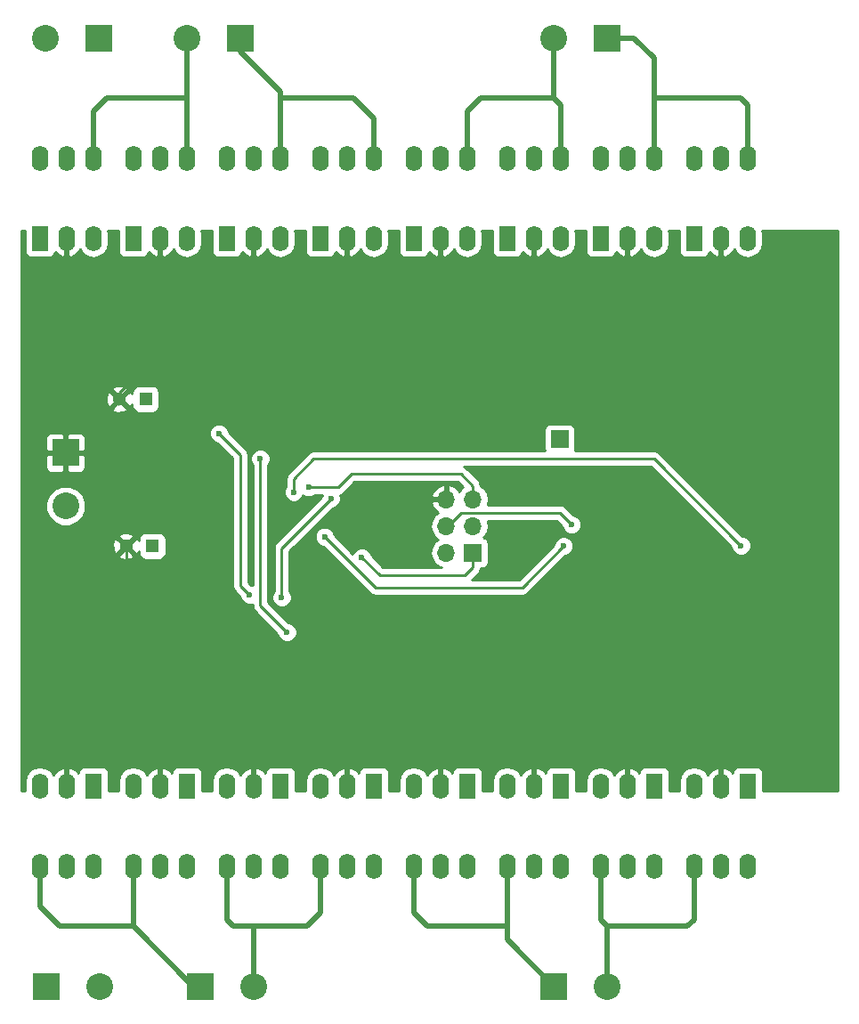
<source format=gbl>
G04 #@! TF.FileFunction,Copper,L2,Bot,Signal*
%FSLAX46Y46*%
G04 Gerber Fmt 4.6, Leading zero omitted, Abs format (unit mm)*
G04 Created by KiCad (PCBNEW 4.0.5-e0-6337~49~ubuntu16.04.1) date Tue Jan 17 08:40:45 2017*
%MOMM*%
%LPD*%
G01*
G04 APERTURE LIST*
%ADD10C,0.100000*%
%ADD11R,2.540000X2.540000*%
%ADD12C,2.540000*%
%ADD13R,1.700000X1.700000*%
%ADD14O,1.700000X1.700000*%
%ADD15R,1.300000X1.300000*%
%ADD16C,1.300000*%
%ADD17R,1.600000X2.400000*%
%ADD18O,1.600000X2.400000*%
%ADD19C,0.600000*%
%ADD20C,0.250000*%
%ADD21C,0.500000*%
%ADD22C,0.254000*%
G04 APERTURE END LIST*
D10*
D11*
X133875000Y-90220000D03*
D12*
X133875000Y-95300000D03*
D13*
X180865000Y-88950000D03*
X172610000Y-99745000D03*
D14*
X170070000Y-99745000D03*
X172610000Y-97205000D03*
X170070000Y-97205000D03*
X172610000Y-94665000D03*
X170070000Y-94665000D03*
D15*
X142130000Y-99110000D03*
D16*
X139630000Y-99110000D03*
D15*
X141495000Y-85140000D03*
D16*
X138995000Y-85140000D03*
D11*
X137050000Y-50850000D03*
D12*
X131970000Y-50850000D03*
D11*
X150495000Y-50800000D03*
D12*
X145415000Y-50800000D03*
D11*
X185420000Y-50800000D03*
D12*
X180340000Y-50800000D03*
D11*
X180340000Y-140970000D03*
D12*
X185420000Y-140970000D03*
D11*
X146685000Y-140970000D03*
D12*
X151765000Y-140970000D03*
D17*
X131445000Y-69850000D03*
D18*
X136525000Y-62230000D03*
X133985000Y-69850000D03*
X133985000Y-62230000D03*
X136525000Y-69850000D03*
X131445000Y-62230000D03*
D17*
X140335000Y-69850000D03*
D18*
X145415000Y-62230000D03*
X142875000Y-69850000D03*
X142875000Y-62230000D03*
X145415000Y-69850000D03*
X140335000Y-62230000D03*
D17*
X149225000Y-69850000D03*
D18*
X154305000Y-62230000D03*
X151765000Y-69850000D03*
X151765000Y-62230000D03*
X154305000Y-69850000D03*
X149225000Y-62230000D03*
D17*
X158115000Y-69850000D03*
D18*
X163195000Y-62230000D03*
X160655000Y-69850000D03*
X160655000Y-62230000D03*
X163195000Y-69850000D03*
X158115000Y-62230000D03*
D17*
X167005000Y-69850000D03*
D18*
X172085000Y-62230000D03*
X169545000Y-69850000D03*
X169545000Y-62230000D03*
X172085000Y-69850000D03*
X167005000Y-62230000D03*
D17*
X175895000Y-69850000D03*
D18*
X180975000Y-62230000D03*
X178435000Y-69850000D03*
X178435000Y-62230000D03*
X180975000Y-69850000D03*
X175895000Y-62230000D03*
D17*
X184785000Y-69850000D03*
D18*
X189865000Y-62230000D03*
X187325000Y-69850000D03*
X187325000Y-62230000D03*
X189865000Y-69850000D03*
X184785000Y-62230000D03*
D17*
X193675000Y-69850000D03*
D18*
X198755000Y-62230000D03*
X196215000Y-69850000D03*
X196215000Y-62230000D03*
X198755000Y-69850000D03*
X193675000Y-62230000D03*
D17*
X198755000Y-121920000D03*
D18*
X193675000Y-129540000D03*
X196215000Y-121920000D03*
X196215000Y-129540000D03*
X193675000Y-121920000D03*
X198755000Y-129540000D03*
D17*
X189865000Y-121920000D03*
D18*
X184785000Y-129540000D03*
X187325000Y-121920000D03*
X187325000Y-129540000D03*
X184785000Y-121920000D03*
X189865000Y-129540000D03*
D17*
X180975000Y-121920000D03*
D18*
X175895000Y-129540000D03*
X178435000Y-121920000D03*
X178435000Y-129540000D03*
X175895000Y-121920000D03*
X180975000Y-129540000D03*
D17*
X172085000Y-121920000D03*
D18*
X167005000Y-129540000D03*
X169545000Y-121920000D03*
X169545000Y-129540000D03*
X167005000Y-121920000D03*
X172085000Y-129540000D03*
D17*
X163195000Y-121920000D03*
D18*
X158115000Y-129540000D03*
X160655000Y-121920000D03*
X160655000Y-129540000D03*
X158115000Y-121920000D03*
X163195000Y-129540000D03*
D17*
X154305000Y-121920000D03*
D18*
X149225000Y-129540000D03*
X151765000Y-121920000D03*
X151765000Y-129540000D03*
X149225000Y-121920000D03*
X154305000Y-129540000D03*
D17*
X145415000Y-121920000D03*
D18*
X140335000Y-129540000D03*
X142875000Y-121920000D03*
X142875000Y-129540000D03*
X140335000Y-121920000D03*
X145415000Y-129540000D03*
D17*
X136525000Y-121920000D03*
D18*
X131445000Y-129540000D03*
X133985000Y-121920000D03*
X133985000Y-129540000D03*
X131445000Y-121920000D03*
X136525000Y-129540000D03*
D11*
X132080000Y-140970000D03*
D12*
X137160000Y-140970000D03*
D19*
X153500000Y-88500000D03*
X147066000Y-109093000D03*
X158513000Y-98221000D03*
X181246000Y-99110000D03*
X182008000Y-97078000D03*
X162052000Y-100203000D03*
X152400000Y-90805000D03*
X154940000Y-107315000D03*
X159131000Y-94615000D03*
X154432000Y-104013000D03*
X156989000Y-93522000D03*
X198120000Y-99060000D03*
X155575000Y-93980000D03*
X148463000Y-88392000D03*
X151384000Y-103759000D03*
D20*
X140500000Y-83000000D02*
X138995000Y-84505000D01*
X148000000Y-83000000D02*
X140500000Y-83000000D01*
X153500000Y-88500000D02*
X148000000Y-83000000D01*
X138995000Y-84505000D02*
X138995000Y-85140000D01*
X139630000Y-101657000D02*
X139630000Y-99110000D01*
X147066000Y-109093000D02*
X139630000Y-101657000D01*
X177309000Y-103047000D02*
X181246000Y-99110000D01*
X163339000Y-103047000D02*
X167911000Y-103047000D01*
X158513000Y-98221000D02*
X163339000Y-103047000D01*
X167911000Y-103047000D02*
X177309000Y-103047000D01*
X180865000Y-95935000D02*
X177690000Y-95935000D01*
X182008000Y-97078000D02*
X180865000Y-95935000D01*
X170070000Y-97205000D02*
X170197000Y-97205000D01*
X170197000Y-97205000D02*
X171467000Y-95935000D01*
X171467000Y-95935000D02*
X177690000Y-95935000D01*
X163753000Y-101904000D02*
X166641000Y-101904000D01*
X162052000Y-100203000D02*
X163753000Y-101904000D01*
X166641000Y-101904000D02*
X171848000Y-101904000D01*
X171848000Y-101904000D02*
X172610000Y-101142000D01*
X172610000Y-101142000D02*
X172610000Y-99745000D01*
X152400000Y-104775000D02*
X152400000Y-90805000D01*
X154940000Y-107315000D02*
X152400000Y-104775000D01*
X154432000Y-104013000D02*
X154432000Y-99314000D01*
X154432000Y-99314000D02*
X159131000Y-94615000D01*
X172610000Y-94665000D02*
X172610000Y-93395000D01*
X172610000Y-93395000D02*
X171467000Y-92252000D01*
X159783000Y-93522000D02*
X156989000Y-93522000D01*
X161053000Y-92252000D02*
X159783000Y-93522000D01*
X171467000Y-92252000D02*
X161053000Y-92252000D01*
X189865000Y-90805000D02*
X198120000Y-99060000D01*
X157480000Y-90805000D02*
X189865000Y-90805000D01*
X155575000Y-92710000D02*
X157480000Y-90805000D01*
X155575000Y-93980000D02*
X155575000Y-92710000D01*
D21*
X136525000Y-62230000D02*
X136525000Y-57785000D01*
X137795000Y-56515000D02*
X145415000Y-56515000D01*
X136525000Y-57785000D02*
X137795000Y-56515000D01*
X145415000Y-50800000D02*
X145415000Y-55880000D01*
X145415000Y-55880000D02*
X145415000Y-56515000D01*
X145415000Y-56515000D02*
X145415000Y-62230000D01*
X154305000Y-56515000D02*
X154305000Y-55880000D01*
X154305000Y-55880000D02*
X150495000Y-52070000D01*
X150495000Y-52070000D02*
X150495000Y-50800000D01*
X163195000Y-62230000D02*
X163195000Y-58420000D01*
X163195000Y-58420000D02*
X161290000Y-56515000D01*
X161290000Y-56515000D02*
X154305000Y-56515000D01*
X154305000Y-56515000D02*
X154305000Y-62230000D01*
D20*
X154305000Y-56515000D02*
X161290000Y-56515000D01*
X161290000Y-56515000D02*
X163195000Y-58420000D01*
X150495000Y-50800000D02*
X150495000Y-52070000D01*
X150495000Y-52070000D02*
X154305000Y-55880000D01*
X154305000Y-56515000D02*
X154305000Y-62230000D01*
D21*
X180975000Y-62230000D02*
X180975000Y-57150000D01*
X180975000Y-57150000D02*
X180340000Y-56515000D01*
X172085000Y-62230000D02*
X172085000Y-57785000D01*
X172085000Y-57785000D02*
X173355000Y-56515000D01*
X173355000Y-56515000D02*
X180340000Y-56515000D01*
X180340000Y-50800000D02*
X180340000Y-56515000D01*
X198755000Y-62230000D02*
X198755000Y-57150000D01*
X198120000Y-56515000D02*
X189865000Y-56515000D01*
X198755000Y-57150000D02*
X198120000Y-56515000D01*
X189865000Y-57785000D02*
X189865000Y-56515000D01*
X189865000Y-56515000D02*
X189865000Y-55880000D01*
X187960000Y-50800000D02*
X185420000Y-50800000D01*
X189865000Y-55880000D02*
X189865000Y-52705000D01*
X189865000Y-52705000D02*
X187960000Y-50800000D01*
X198755000Y-59690000D02*
X198755000Y-62230000D01*
X189865000Y-57785000D02*
X189865000Y-62230000D01*
D20*
X198755000Y-59690000D02*
X198755000Y-62230000D01*
X189865000Y-57785000D02*
X189865000Y-62230000D01*
D21*
X185420000Y-135255000D02*
X193040000Y-135255000D01*
X193040000Y-135255000D02*
X193675000Y-134620000D01*
X184785000Y-129540000D02*
X184785000Y-134620000D01*
X185420000Y-135255000D02*
X185420000Y-137160000D01*
X184785000Y-134620000D02*
X185420000Y-135255000D01*
X193675000Y-129540000D02*
X193675000Y-134620000D01*
X185420000Y-137160000D02*
X185420000Y-140970000D01*
X175895000Y-135255000D02*
X175895000Y-136525000D01*
X175895000Y-136525000D02*
X180340000Y-140970000D01*
X167005000Y-129540000D02*
X167005000Y-133985000D01*
X175895000Y-135255000D02*
X175895000Y-133985000D01*
X168275000Y-135255000D02*
X175895000Y-135255000D01*
X167005000Y-133985000D02*
X168275000Y-135255000D01*
X175895000Y-129540000D02*
X175895000Y-133985000D01*
X151765000Y-140970000D02*
X151765000Y-135255000D01*
X149225000Y-133350000D02*
X149225000Y-134620000D01*
X158115000Y-133985000D02*
X158115000Y-133350000D01*
X156845000Y-135255000D02*
X158115000Y-133985000D01*
X149860000Y-135255000D02*
X151765000Y-135255000D01*
X151765000Y-135255000D02*
X156845000Y-135255000D01*
X149225000Y-134620000D02*
X149860000Y-135255000D01*
X149225000Y-131445000D02*
X149225000Y-133350000D01*
X158115000Y-129540000D02*
X158115000Y-133350000D01*
X149225000Y-129540000D02*
X149225000Y-131445000D01*
X133350000Y-135255000D02*
X140335000Y-135255000D01*
X140335000Y-129540000D02*
X140335000Y-135255000D01*
X140335000Y-135255000D02*
X146050000Y-140970000D01*
X146050000Y-140970000D02*
X146685000Y-140970000D01*
X131445000Y-129540000D02*
X131445000Y-133350000D01*
X131445000Y-133350000D02*
X133350000Y-135255000D01*
D20*
X131445000Y-133350000D02*
X133350000Y-135255000D01*
X150495000Y-90424000D02*
X150495000Y-91821000D01*
X148463000Y-88392000D02*
X150495000Y-90424000D01*
X150495000Y-102870000D02*
X150495000Y-102235000D01*
X151384000Y-103759000D02*
X150495000Y-102870000D01*
X150495000Y-91821000D02*
X150495000Y-102235000D01*
D22*
G36*
X129997560Y-71050000D02*
X130041838Y-71285317D01*
X130180910Y-71501441D01*
X130393110Y-71646431D01*
X130645000Y-71697440D01*
X132245000Y-71697440D01*
X132480317Y-71653162D01*
X132696441Y-71514090D01*
X132841431Y-71301890D01*
X132876906Y-71126709D01*
X133060104Y-71354500D01*
X133553181Y-71624367D01*
X133635961Y-71641904D01*
X133858000Y-71519915D01*
X133858000Y-69977000D01*
X133838000Y-69977000D01*
X133838000Y-69723000D01*
X133858000Y-69723000D01*
X133858000Y-69703000D01*
X134112000Y-69703000D01*
X134112000Y-69723000D01*
X134132000Y-69723000D01*
X134132000Y-69977000D01*
X134112000Y-69977000D01*
X134112000Y-71519915D01*
X134334039Y-71641904D01*
X134416819Y-71624367D01*
X134909896Y-71354500D01*
X135257493Y-70922293D01*
X135510302Y-71300648D01*
X135975849Y-71611717D01*
X136525000Y-71720950D01*
X137074151Y-71611717D01*
X137539698Y-71300648D01*
X137850767Y-70835101D01*
X137960000Y-70285950D01*
X137960000Y-69414050D01*
X137902902Y-69127000D01*
X138887560Y-69127000D01*
X138887560Y-71050000D01*
X138931838Y-71285317D01*
X139070910Y-71501441D01*
X139283110Y-71646431D01*
X139535000Y-71697440D01*
X141135000Y-71697440D01*
X141370317Y-71653162D01*
X141586441Y-71514090D01*
X141731431Y-71301890D01*
X141766906Y-71126709D01*
X141950104Y-71354500D01*
X142443181Y-71624367D01*
X142525961Y-71641904D01*
X142748000Y-71519915D01*
X142748000Y-69977000D01*
X142728000Y-69977000D01*
X142728000Y-69723000D01*
X142748000Y-69723000D01*
X142748000Y-69703000D01*
X143002000Y-69703000D01*
X143002000Y-69723000D01*
X143022000Y-69723000D01*
X143022000Y-69977000D01*
X143002000Y-69977000D01*
X143002000Y-71519915D01*
X143224039Y-71641904D01*
X143306819Y-71624367D01*
X143799896Y-71354500D01*
X144147493Y-70922293D01*
X144400302Y-71300648D01*
X144865849Y-71611717D01*
X145415000Y-71720950D01*
X145964151Y-71611717D01*
X146429698Y-71300648D01*
X146740767Y-70835101D01*
X146850000Y-70285950D01*
X146850000Y-69414050D01*
X146792902Y-69127000D01*
X147777560Y-69127000D01*
X147777560Y-71050000D01*
X147821838Y-71285317D01*
X147960910Y-71501441D01*
X148173110Y-71646431D01*
X148425000Y-71697440D01*
X150025000Y-71697440D01*
X150260317Y-71653162D01*
X150476441Y-71514090D01*
X150621431Y-71301890D01*
X150656906Y-71126709D01*
X150840104Y-71354500D01*
X151333181Y-71624367D01*
X151415961Y-71641904D01*
X151638000Y-71519915D01*
X151638000Y-69977000D01*
X151618000Y-69977000D01*
X151618000Y-69723000D01*
X151638000Y-69723000D01*
X151638000Y-69703000D01*
X151892000Y-69703000D01*
X151892000Y-69723000D01*
X151912000Y-69723000D01*
X151912000Y-69977000D01*
X151892000Y-69977000D01*
X151892000Y-71519915D01*
X152114039Y-71641904D01*
X152196819Y-71624367D01*
X152689896Y-71354500D01*
X153037493Y-70922293D01*
X153290302Y-71300648D01*
X153755849Y-71611717D01*
X154305000Y-71720950D01*
X154854151Y-71611717D01*
X155319698Y-71300648D01*
X155630767Y-70835101D01*
X155740000Y-70285950D01*
X155740000Y-69414050D01*
X155682902Y-69127000D01*
X156667560Y-69127000D01*
X156667560Y-71050000D01*
X156711838Y-71285317D01*
X156850910Y-71501441D01*
X157063110Y-71646431D01*
X157315000Y-71697440D01*
X158915000Y-71697440D01*
X159150317Y-71653162D01*
X159366441Y-71514090D01*
X159511431Y-71301890D01*
X159546906Y-71126709D01*
X159730104Y-71354500D01*
X160223181Y-71624367D01*
X160305961Y-71641904D01*
X160528000Y-71519915D01*
X160528000Y-69977000D01*
X160508000Y-69977000D01*
X160508000Y-69723000D01*
X160528000Y-69723000D01*
X160528000Y-69703000D01*
X160782000Y-69703000D01*
X160782000Y-69723000D01*
X160802000Y-69723000D01*
X160802000Y-69977000D01*
X160782000Y-69977000D01*
X160782000Y-71519915D01*
X161004039Y-71641904D01*
X161086819Y-71624367D01*
X161579896Y-71354500D01*
X161927493Y-70922293D01*
X162180302Y-71300648D01*
X162645849Y-71611717D01*
X163195000Y-71720950D01*
X163744151Y-71611717D01*
X164209698Y-71300648D01*
X164520767Y-70835101D01*
X164630000Y-70285950D01*
X164630000Y-69414050D01*
X164572902Y-69127000D01*
X165557560Y-69127000D01*
X165557560Y-71050000D01*
X165601838Y-71285317D01*
X165740910Y-71501441D01*
X165953110Y-71646431D01*
X166205000Y-71697440D01*
X167805000Y-71697440D01*
X168040317Y-71653162D01*
X168256441Y-71514090D01*
X168401431Y-71301890D01*
X168436906Y-71126709D01*
X168620104Y-71354500D01*
X169113181Y-71624367D01*
X169195961Y-71641904D01*
X169418000Y-71519915D01*
X169418000Y-69977000D01*
X169398000Y-69977000D01*
X169398000Y-69723000D01*
X169418000Y-69723000D01*
X169418000Y-69703000D01*
X169672000Y-69703000D01*
X169672000Y-69723000D01*
X169692000Y-69723000D01*
X169692000Y-69977000D01*
X169672000Y-69977000D01*
X169672000Y-71519915D01*
X169894039Y-71641904D01*
X169976819Y-71624367D01*
X170469896Y-71354500D01*
X170817493Y-70922293D01*
X171070302Y-71300648D01*
X171535849Y-71611717D01*
X172085000Y-71720950D01*
X172634151Y-71611717D01*
X173099698Y-71300648D01*
X173410767Y-70835101D01*
X173520000Y-70285950D01*
X173520000Y-69414050D01*
X173462902Y-69127000D01*
X174447560Y-69127000D01*
X174447560Y-71050000D01*
X174491838Y-71285317D01*
X174630910Y-71501441D01*
X174843110Y-71646431D01*
X175095000Y-71697440D01*
X176695000Y-71697440D01*
X176930317Y-71653162D01*
X177146441Y-71514090D01*
X177291431Y-71301890D01*
X177326906Y-71126709D01*
X177510104Y-71354500D01*
X178003181Y-71624367D01*
X178085961Y-71641904D01*
X178308000Y-71519915D01*
X178308000Y-69977000D01*
X178288000Y-69977000D01*
X178288000Y-69723000D01*
X178308000Y-69723000D01*
X178308000Y-69703000D01*
X178562000Y-69703000D01*
X178562000Y-69723000D01*
X178582000Y-69723000D01*
X178582000Y-69977000D01*
X178562000Y-69977000D01*
X178562000Y-71519915D01*
X178784039Y-71641904D01*
X178866819Y-71624367D01*
X179359896Y-71354500D01*
X179707493Y-70922293D01*
X179960302Y-71300648D01*
X180425849Y-71611717D01*
X180975000Y-71720950D01*
X181524151Y-71611717D01*
X181989698Y-71300648D01*
X182300767Y-70835101D01*
X182410000Y-70285950D01*
X182410000Y-69414050D01*
X182352902Y-69127000D01*
X183337560Y-69127000D01*
X183337560Y-71050000D01*
X183381838Y-71285317D01*
X183520910Y-71501441D01*
X183733110Y-71646431D01*
X183985000Y-71697440D01*
X185585000Y-71697440D01*
X185820317Y-71653162D01*
X186036441Y-71514090D01*
X186181431Y-71301890D01*
X186216906Y-71126709D01*
X186400104Y-71354500D01*
X186893181Y-71624367D01*
X186975961Y-71641904D01*
X187198000Y-71519915D01*
X187198000Y-69977000D01*
X187178000Y-69977000D01*
X187178000Y-69723000D01*
X187198000Y-69723000D01*
X187198000Y-69703000D01*
X187452000Y-69703000D01*
X187452000Y-69723000D01*
X187472000Y-69723000D01*
X187472000Y-69977000D01*
X187452000Y-69977000D01*
X187452000Y-71519915D01*
X187674039Y-71641904D01*
X187756819Y-71624367D01*
X188249896Y-71354500D01*
X188597493Y-70922293D01*
X188850302Y-71300648D01*
X189315849Y-71611717D01*
X189865000Y-71720950D01*
X190414151Y-71611717D01*
X190879698Y-71300648D01*
X191190767Y-70835101D01*
X191300000Y-70285950D01*
X191300000Y-69414050D01*
X191242902Y-69127000D01*
X192227560Y-69127000D01*
X192227560Y-71050000D01*
X192271838Y-71285317D01*
X192410910Y-71501441D01*
X192623110Y-71646431D01*
X192875000Y-71697440D01*
X194475000Y-71697440D01*
X194710317Y-71653162D01*
X194926441Y-71514090D01*
X195071431Y-71301890D01*
X195106906Y-71126709D01*
X195290104Y-71354500D01*
X195783181Y-71624367D01*
X195865961Y-71641904D01*
X196088000Y-71519915D01*
X196088000Y-69977000D01*
X196068000Y-69977000D01*
X196068000Y-69723000D01*
X196088000Y-69723000D01*
X196088000Y-69703000D01*
X196342000Y-69703000D01*
X196342000Y-69723000D01*
X196362000Y-69723000D01*
X196362000Y-69977000D01*
X196342000Y-69977000D01*
X196342000Y-71519915D01*
X196564039Y-71641904D01*
X196646819Y-71624367D01*
X197139896Y-71354500D01*
X197487493Y-70922293D01*
X197740302Y-71300648D01*
X198205849Y-71611717D01*
X198755000Y-71720950D01*
X199304151Y-71611717D01*
X199769698Y-71300648D01*
X200080767Y-70835101D01*
X200190000Y-70285950D01*
X200190000Y-69414050D01*
X200132902Y-69127000D01*
X207290000Y-69127000D01*
X207290000Y-122373000D01*
X200202440Y-122373000D01*
X200202440Y-120720000D01*
X200158162Y-120484683D01*
X200019090Y-120268559D01*
X199806890Y-120123569D01*
X199555000Y-120072560D01*
X197955000Y-120072560D01*
X197719683Y-120116838D01*
X197503559Y-120255910D01*
X197358569Y-120468110D01*
X197323094Y-120643291D01*
X197139896Y-120415500D01*
X196646819Y-120145633D01*
X196564039Y-120128096D01*
X196342000Y-120250085D01*
X196342000Y-121793000D01*
X196362000Y-121793000D01*
X196362000Y-122047000D01*
X196342000Y-122047000D01*
X196342000Y-122067000D01*
X196088000Y-122067000D01*
X196088000Y-122047000D01*
X196068000Y-122047000D01*
X196068000Y-121793000D01*
X196088000Y-121793000D01*
X196088000Y-120250085D01*
X195865961Y-120128096D01*
X195783181Y-120145633D01*
X195290104Y-120415500D01*
X194942507Y-120847707D01*
X194689698Y-120469352D01*
X194224151Y-120158283D01*
X193675000Y-120049050D01*
X193125849Y-120158283D01*
X192660302Y-120469352D01*
X192349233Y-120934899D01*
X192240000Y-121484050D01*
X192240000Y-122355950D01*
X192243391Y-122373000D01*
X191312440Y-122373000D01*
X191312440Y-120720000D01*
X191268162Y-120484683D01*
X191129090Y-120268559D01*
X190916890Y-120123569D01*
X190665000Y-120072560D01*
X189065000Y-120072560D01*
X188829683Y-120116838D01*
X188613559Y-120255910D01*
X188468569Y-120468110D01*
X188433094Y-120643291D01*
X188249896Y-120415500D01*
X187756819Y-120145633D01*
X187674039Y-120128096D01*
X187452000Y-120250085D01*
X187452000Y-121793000D01*
X187472000Y-121793000D01*
X187472000Y-122047000D01*
X187452000Y-122047000D01*
X187452000Y-122067000D01*
X187198000Y-122067000D01*
X187198000Y-122047000D01*
X187178000Y-122047000D01*
X187178000Y-121793000D01*
X187198000Y-121793000D01*
X187198000Y-120250085D01*
X186975961Y-120128096D01*
X186893181Y-120145633D01*
X186400104Y-120415500D01*
X186052507Y-120847707D01*
X185799698Y-120469352D01*
X185334151Y-120158283D01*
X184785000Y-120049050D01*
X184235849Y-120158283D01*
X183770302Y-120469352D01*
X183459233Y-120934899D01*
X183350000Y-121484050D01*
X183350000Y-122355950D01*
X183353391Y-122373000D01*
X182422440Y-122373000D01*
X182422440Y-120720000D01*
X182378162Y-120484683D01*
X182239090Y-120268559D01*
X182026890Y-120123569D01*
X181775000Y-120072560D01*
X180175000Y-120072560D01*
X179939683Y-120116838D01*
X179723559Y-120255910D01*
X179578569Y-120468110D01*
X179543094Y-120643291D01*
X179359896Y-120415500D01*
X178866819Y-120145633D01*
X178784039Y-120128096D01*
X178562000Y-120250085D01*
X178562000Y-121793000D01*
X178582000Y-121793000D01*
X178582000Y-122047000D01*
X178562000Y-122047000D01*
X178562000Y-122067000D01*
X178308000Y-122067000D01*
X178308000Y-122047000D01*
X178288000Y-122047000D01*
X178288000Y-121793000D01*
X178308000Y-121793000D01*
X178308000Y-120250085D01*
X178085961Y-120128096D01*
X178003181Y-120145633D01*
X177510104Y-120415500D01*
X177162507Y-120847707D01*
X176909698Y-120469352D01*
X176444151Y-120158283D01*
X175895000Y-120049050D01*
X175345849Y-120158283D01*
X174880302Y-120469352D01*
X174569233Y-120934899D01*
X174460000Y-121484050D01*
X174460000Y-122355950D01*
X174463391Y-122373000D01*
X173532440Y-122373000D01*
X173532440Y-120720000D01*
X173488162Y-120484683D01*
X173349090Y-120268559D01*
X173136890Y-120123569D01*
X172885000Y-120072560D01*
X171285000Y-120072560D01*
X171049683Y-120116838D01*
X170833559Y-120255910D01*
X170688569Y-120468110D01*
X170653094Y-120643291D01*
X170469896Y-120415500D01*
X169976819Y-120145633D01*
X169894039Y-120128096D01*
X169672000Y-120250085D01*
X169672000Y-121793000D01*
X169692000Y-121793000D01*
X169692000Y-122047000D01*
X169672000Y-122047000D01*
X169672000Y-122067000D01*
X169418000Y-122067000D01*
X169418000Y-122047000D01*
X169398000Y-122047000D01*
X169398000Y-121793000D01*
X169418000Y-121793000D01*
X169418000Y-120250085D01*
X169195961Y-120128096D01*
X169113181Y-120145633D01*
X168620104Y-120415500D01*
X168272507Y-120847707D01*
X168019698Y-120469352D01*
X167554151Y-120158283D01*
X167005000Y-120049050D01*
X166455849Y-120158283D01*
X165990302Y-120469352D01*
X165679233Y-120934899D01*
X165570000Y-121484050D01*
X165570000Y-122355950D01*
X165573391Y-122373000D01*
X164642440Y-122373000D01*
X164642440Y-120720000D01*
X164598162Y-120484683D01*
X164459090Y-120268559D01*
X164246890Y-120123569D01*
X163995000Y-120072560D01*
X162395000Y-120072560D01*
X162159683Y-120116838D01*
X161943559Y-120255910D01*
X161798569Y-120468110D01*
X161763094Y-120643291D01*
X161579896Y-120415500D01*
X161086819Y-120145633D01*
X161004039Y-120128096D01*
X160782000Y-120250085D01*
X160782000Y-121793000D01*
X160802000Y-121793000D01*
X160802000Y-122047000D01*
X160782000Y-122047000D01*
X160782000Y-122067000D01*
X160528000Y-122067000D01*
X160528000Y-122047000D01*
X160508000Y-122047000D01*
X160508000Y-121793000D01*
X160528000Y-121793000D01*
X160528000Y-120250085D01*
X160305961Y-120128096D01*
X160223181Y-120145633D01*
X159730104Y-120415500D01*
X159382507Y-120847707D01*
X159129698Y-120469352D01*
X158664151Y-120158283D01*
X158115000Y-120049050D01*
X157565849Y-120158283D01*
X157100302Y-120469352D01*
X156789233Y-120934899D01*
X156680000Y-121484050D01*
X156680000Y-122355950D01*
X156683391Y-122373000D01*
X155752440Y-122373000D01*
X155752440Y-120720000D01*
X155708162Y-120484683D01*
X155569090Y-120268559D01*
X155356890Y-120123569D01*
X155105000Y-120072560D01*
X153505000Y-120072560D01*
X153269683Y-120116838D01*
X153053559Y-120255910D01*
X152908569Y-120468110D01*
X152873094Y-120643291D01*
X152689896Y-120415500D01*
X152196819Y-120145633D01*
X152114039Y-120128096D01*
X151892000Y-120250085D01*
X151892000Y-121793000D01*
X151912000Y-121793000D01*
X151912000Y-122047000D01*
X151892000Y-122047000D01*
X151892000Y-122067000D01*
X151638000Y-122067000D01*
X151638000Y-122047000D01*
X151618000Y-122047000D01*
X151618000Y-121793000D01*
X151638000Y-121793000D01*
X151638000Y-120250085D01*
X151415961Y-120128096D01*
X151333181Y-120145633D01*
X150840104Y-120415500D01*
X150492507Y-120847707D01*
X150239698Y-120469352D01*
X149774151Y-120158283D01*
X149225000Y-120049050D01*
X148675849Y-120158283D01*
X148210302Y-120469352D01*
X147899233Y-120934899D01*
X147790000Y-121484050D01*
X147790000Y-122355950D01*
X147793391Y-122373000D01*
X146862440Y-122373000D01*
X146862440Y-120720000D01*
X146818162Y-120484683D01*
X146679090Y-120268559D01*
X146466890Y-120123569D01*
X146215000Y-120072560D01*
X144615000Y-120072560D01*
X144379683Y-120116838D01*
X144163559Y-120255910D01*
X144018569Y-120468110D01*
X143983094Y-120643291D01*
X143799896Y-120415500D01*
X143306819Y-120145633D01*
X143224039Y-120128096D01*
X143002000Y-120250085D01*
X143002000Y-121793000D01*
X143022000Y-121793000D01*
X143022000Y-122047000D01*
X143002000Y-122047000D01*
X143002000Y-122067000D01*
X142748000Y-122067000D01*
X142748000Y-122047000D01*
X142728000Y-122047000D01*
X142728000Y-121793000D01*
X142748000Y-121793000D01*
X142748000Y-120250085D01*
X142525961Y-120128096D01*
X142443181Y-120145633D01*
X141950104Y-120415500D01*
X141602507Y-120847707D01*
X141349698Y-120469352D01*
X140884151Y-120158283D01*
X140335000Y-120049050D01*
X139785849Y-120158283D01*
X139320302Y-120469352D01*
X139009233Y-120934899D01*
X138900000Y-121484050D01*
X138900000Y-122355950D01*
X138903391Y-122373000D01*
X137972440Y-122373000D01*
X137972440Y-120720000D01*
X137928162Y-120484683D01*
X137789090Y-120268559D01*
X137576890Y-120123569D01*
X137325000Y-120072560D01*
X135725000Y-120072560D01*
X135489683Y-120116838D01*
X135273559Y-120255910D01*
X135128569Y-120468110D01*
X135093094Y-120643291D01*
X134909896Y-120415500D01*
X134416819Y-120145633D01*
X134334039Y-120128096D01*
X134112000Y-120250085D01*
X134112000Y-121793000D01*
X134132000Y-121793000D01*
X134132000Y-122047000D01*
X134112000Y-122047000D01*
X134112000Y-122067000D01*
X133858000Y-122067000D01*
X133858000Y-122047000D01*
X133838000Y-122047000D01*
X133838000Y-121793000D01*
X133858000Y-121793000D01*
X133858000Y-120250085D01*
X133635961Y-120128096D01*
X133553181Y-120145633D01*
X133060104Y-120415500D01*
X132712507Y-120847707D01*
X132459698Y-120469352D01*
X131994151Y-120158283D01*
X131445000Y-120049050D01*
X130895849Y-120158283D01*
X130430302Y-120469352D01*
X130119233Y-120934899D01*
X130010000Y-121484050D01*
X130010000Y-122355950D01*
X130013391Y-122373000D01*
X129710000Y-122373000D01*
X129710000Y-100009016D01*
X138910590Y-100009016D01*
X138966271Y-100239611D01*
X139449078Y-100407622D01*
X139959428Y-100378083D01*
X140293729Y-100239611D01*
X140349410Y-100009016D01*
X139630000Y-99289605D01*
X138910590Y-100009016D01*
X129710000Y-100009016D01*
X129710000Y-98929078D01*
X138332378Y-98929078D01*
X138361917Y-99439428D01*
X138500389Y-99773729D01*
X138730984Y-99829410D01*
X139450395Y-99110000D01*
X139809605Y-99110000D01*
X140529016Y-99829410D01*
X140759611Y-99773729D01*
X140832560Y-99564098D01*
X140832560Y-99760000D01*
X140876838Y-99995317D01*
X141015910Y-100211441D01*
X141228110Y-100356431D01*
X141480000Y-100407440D01*
X142780000Y-100407440D01*
X143015317Y-100363162D01*
X143231441Y-100224090D01*
X143376431Y-100011890D01*
X143427440Y-99760000D01*
X143427440Y-98460000D01*
X143383162Y-98224683D01*
X143244090Y-98008559D01*
X143031890Y-97863569D01*
X142780000Y-97812560D01*
X141480000Y-97812560D01*
X141244683Y-97856838D01*
X141028559Y-97995910D01*
X140883569Y-98208110D01*
X140832560Y-98460000D01*
X140832560Y-98622385D01*
X140759611Y-98446271D01*
X140529016Y-98390590D01*
X139809605Y-99110000D01*
X139450395Y-99110000D01*
X138730984Y-98390590D01*
X138500389Y-98446271D01*
X138332378Y-98929078D01*
X129710000Y-98929078D01*
X129710000Y-98210984D01*
X138910590Y-98210984D01*
X139630000Y-98930395D01*
X140349410Y-98210984D01*
X140293729Y-97980389D01*
X139810922Y-97812378D01*
X139300572Y-97841917D01*
X138966271Y-97980389D01*
X138910590Y-98210984D01*
X129710000Y-98210984D01*
X129710000Y-95677265D01*
X131969670Y-95677265D01*
X132259078Y-96377686D01*
X132794495Y-96914039D01*
X133494410Y-97204668D01*
X134252265Y-97205330D01*
X134952686Y-96915922D01*
X135489039Y-96380505D01*
X135779668Y-95680590D01*
X135780330Y-94922735D01*
X135490922Y-94222314D01*
X134955505Y-93685961D01*
X134255590Y-93395332D01*
X133497735Y-93394670D01*
X132797314Y-93684078D01*
X132260961Y-94219495D01*
X131970332Y-94919410D01*
X131969670Y-95677265D01*
X129710000Y-95677265D01*
X129710000Y-90505750D01*
X131970000Y-90505750D01*
X131970000Y-91616309D01*
X132066673Y-91849698D01*
X132245301Y-92028327D01*
X132478690Y-92125000D01*
X133589250Y-92125000D01*
X133748000Y-91966250D01*
X133748000Y-90347000D01*
X134002000Y-90347000D01*
X134002000Y-91966250D01*
X134160750Y-92125000D01*
X135271310Y-92125000D01*
X135504699Y-92028327D01*
X135683327Y-91849698D01*
X135780000Y-91616309D01*
X135780000Y-90505750D01*
X135621250Y-90347000D01*
X134002000Y-90347000D01*
X133748000Y-90347000D01*
X132128750Y-90347000D01*
X131970000Y-90505750D01*
X129710000Y-90505750D01*
X129710000Y-88823691D01*
X131970000Y-88823691D01*
X131970000Y-89934250D01*
X132128750Y-90093000D01*
X133748000Y-90093000D01*
X133748000Y-88473750D01*
X134002000Y-88473750D01*
X134002000Y-90093000D01*
X135621250Y-90093000D01*
X135780000Y-89934250D01*
X135780000Y-88823691D01*
X135683327Y-88590302D01*
X135670193Y-88577167D01*
X147527838Y-88577167D01*
X147669883Y-88920943D01*
X147932673Y-89184192D01*
X148276201Y-89326838D01*
X148323077Y-89326879D01*
X149735000Y-90738802D01*
X149735000Y-102870000D01*
X149792852Y-103160839D01*
X149957599Y-103407401D01*
X150448878Y-103898680D01*
X150448838Y-103944167D01*
X150590883Y-104287943D01*
X150853673Y-104551192D01*
X151197201Y-104693838D01*
X151569167Y-104694162D01*
X151640000Y-104664894D01*
X151640000Y-104775000D01*
X151697852Y-105065839D01*
X151862599Y-105312401D01*
X154004878Y-107454680D01*
X154004838Y-107500167D01*
X154146883Y-107843943D01*
X154409673Y-108107192D01*
X154753201Y-108249838D01*
X155125167Y-108250162D01*
X155468943Y-108108117D01*
X155732192Y-107845327D01*
X155874838Y-107501799D01*
X155875162Y-107129833D01*
X155733117Y-106786057D01*
X155470327Y-106522808D01*
X155126799Y-106380162D01*
X155079923Y-106380121D01*
X153160000Y-104460198D01*
X153160000Y-104198167D01*
X153496838Y-104198167D01*
X153638883Y-104541943D01*
X153901673Y-104805192D01*
X154245201Y-104947838D01*
X154617167Y-104948162D01*
X154960943Y-104806117D01*
X155224192Y-104543327D01*
X155366838Y-104199799D01*
X155367162Y-103827833D01*
X155225117Y-103484057D01*
X155192000Y-103450882D01*
X155192000Y-99628802D01*
X159270680Y-95550122D01*
X159316167Y-95550162D01*
X159659943Y-95408117D01*
X159923192Y-95145327D01*
X160065838Y-94801799D01*
X160066162Y-94429833D01*
X160015867Y-94308110D01*
X168628524Y-94308110D01*
X168749845Y-94538000D01*
X169943000Y-94538000D01*
X169943000Y-93344181D01*
X169713108Y-93223514D01*
X169188642Y-93469817D01*
X168798355Y-93898076D01*
X168628524Y-94308110D01*
X160015867Y-94308110D01*
X159988212Y-94241180D01*
X160073839Y-94224148D01*
X160320401Y-94059401D01*
X161367802Y-93012000D01*
X171152198Y-93012000D01*
X171665306Y-93525108D01*
X171530853Y-93614946D01*
X171341655Y-93898101D01*
X171341645Y-93898076D01*
X170951358Y-93469817D01*
X170426892Y-93223514D01*
X170197000Y-93344181D01*
X170197000Y-94538000D01*
X170217000Y-94538000D01*
X170217000Y-94792000D01*
X170197000Y-94792000D01*
X170197000Y-94812000D01*
X169943000Y-94812000D01*
X169943000Y-94792000D01*
X168749845Y-94792000D01*
X168628524Y-95021890D01*
X168798355Y-95431924D01*
X169188642Y-95860183D01*
X169331553Y-95927298D01*
X168990853Y-96154946D01*
X168668946Y-96636715D01*
X168555907Y-97205000D01*
X168668946Y-97773285D01*
X168990853Y-98255054D01*
X169320026Y-98475000D01*
X168990853Y-98694946D01*
X168668946Y-99176715D01*
X168555907Y-99745000D01*
X168668946Y-100313285D01*
X168990853Y-100795054D01*
X169472622Y-101116961D01*
X169608556Y-101144000D01*
X164067802Y-101144000D01*
X162987122Y-100063320D01*
X162987162Y-100017833D01*
X162845117Y-99674057D01*
X162582327Y-99410808D01*
X162238799Y-99268162D01*
X161866833Y-99267838D01*
X161523057Y-99409883D01*
X161259808Y-99672673D01*
X161195161Y-99828359D01*
X159448122Y-98081320D01*
X159448162Y-98035833D01*
X159306117Y-97692057D01*
X159043327Y-97428808D01*
X158699799Y-97286162D01*
X158327833Y-97285838D01*
X157984057Y-97427883D01*
X157720808Y-97690673D01*
X157578162Y-98034201D01*
X157577838Y-98406167D01*
X157719883Y-98749943D01*
X157982673Y-99013192D01*
X158326201Y-99155838D01*
X158373077Y-99155879D01*
X162801599Y-103584401D01*
X163048161Y-103749148D01*
X163339000Y-103807000D01*
X177309000Y-103807000D01*
X177599839Y-103749148D01*
X177846401Y-103584401D01*
X181385680Y-100045122D01*
X181431167Y-100045162D01*
X181774943Y-99903117D01*
X182038192Y-99640327D01*
X182180838Y-99296799D01*
X182181162Y-98924833D01*
X182039117Y-98581057D01*
X181776327Y-98317808D01*
X181432799Y-98175162D01*
X181060833Y-98174838D01*
X180717057Y-98316883D01*
X180453808Y-98579673D01*
X180311162Y-98923201D01*
X180311121Y-98970077D01*
X176994198Y-102287000D01*
X172539802Y-102287000D01*
X173147401Y-101679401D01*
X173312148Y-101432839D01*
X173350021Y-101242440D01*
X173460000Y-101242440D01*
X173695317Y-101198162D01*
X173911441Y-101059090D01*
X174056431Y-100846890D01*
X174107440Y-100595000D01*
X174107440Y-98895000D01*
X174063162Y-98659683D01*
X173924090Y-98443559D01*
X173711890Y-98298569D01*
X173644459Y-98284914D01*
X173689147Y-98255054D01*
X174011054Y-97773285D01*
X174124093Y-97205000D01*
X174022648Y-96695000D01*
X180550198Y-96695000D01*
X181072878Y-97217680D01*
X181072838Y-97263167D01*
X181214883Y-97606943D01*
X181477673Y-97870192D01*
X181821201Y-98012838D01*
X182193167Y-98013162D01*
X182536943Y-97871117D01*
X182800192Y-97608327D01*
X182942838Y-97264799D01*
X182943162Y-96892833D01*
X182801117Y-96549057D01*
X182538327Y-96285808D01*
X182194799Y-96143162D01*
X182147923Y-96143121D01*
X181402401Y-95397599D01*
X181155839Y-95232852D01*
X180865000Y-95175000D01*
X174022648Y-95175000D01*
X174124093Y-94665000D01*
X174011054Y-94096715D01*
X173689147Y-93614946D01*
X173370000Y-93401699D01*
X173370000Y-93395000D01*
X173312148Y-93104161D01*
X173147401Y-92857599D01*
X172004401Y-91714599D01*
X171780510Y-91565000D01*
X189550198Y-91565000D01*
X197184878Y-99199680D01*
X197184838Y-99245167D01*
X197326883Y-99588943D01*
X197589673Y-99852192D01*
X197933201Y-99994838D01*
X198305167Y-99995162D01*
X198648943Y-99853117D01*
X198912192Y-99590327D01*
X199054838Y-99246799D01*
X199055162Y-98874833D01*
X198913117Y-98531057D01*
X198650327Y-98267808D01*
X198306799Y-98125162D01*
X198259923Y-98125121D01*
X190402401Y-90267599D01*
X190155839Y-90102852D01*
X189865000Y-90045000D01*
X182312826Y-90045000D01*
X182362440Y-89800000D01*
X182362440Y-88100000D01*
X182318162Y-87864683D01*
X182179090Y-87648559D01*
X181966890Y-87503569D01*
X181715000Y-87452560D01*
X180015000Y-87452560D01*
X179779683Y-87496838D01*
X179563559Y-87635910D01*
X179418569Y-87848110D01*
X179367560Y-88100000D01*
X179367560Y-89800000D01*
X179411838Y-90035317D01*
X179418069Y-90045000D01*
X157480000Y-90045000D01*
X157189161Y-90102852D01*
X156942599Y-90267599D01*
X155037599Y-92172599D01*
X154872852Y-92419161D01*
X154815000Y-92710000D01*
X154815000Y-93417537D01*
X154782808Y-93449673D01*
X154640162Y-93793201D01*
X154639838Y-94165167D01*
X154781883Y-94508943D01*
X155044673Y-94772192D01*
X155388201Y-94914838D01*
X155760167Y-94915162D01*
X156103943Y-94773117D01*
X156367192Y-94510327D01*
X156451584Y-94307090D01*
X156458673Y-94314192D01*
X156802201Y-94456838D01*
X157174167Y-94457162D01*
X157517943Y-94315117D01*
X157551118Y-94282000D01*
X158256870Y-94282000D01*
X158196162Y-94428201D01*
X158196121Y-94475077D01*
X153894599Y-98776599D01*
X153729852Y-99023161D01*
X153672000Y-99314000D01*
X153672000Y-103450537D01*
X153639808Y-103482673D01*
X153497162Y-103826201D01*
X153496838Y-104198167D01*
X153160000Y-104198167D01*
X153160000Y-91367463D01*
X153192192Y-91335327D01*
X153334838Y-90991799D01*
X153335162Y-90619833D01*
X153193117Y-90276057D01*
X152930327Y-90012808D01*
X152586799Y-89870162D01*
X152214833Y-89869838D01*
X151871057Y-90011883D01*
X151607808Y-90274673D01*
X151465162Y-90618201D01*
X151464838Y-90990167D01*
X151606883Y-91333943D01*
X151640000Y-91367118D01*
X151640000Y-102852897D01*
X151570799Y-102824162D01*
X151523923Y-102824121D01*
X151255000Y-102555198D01*
X151255000Y-90424000D01*
X151197148Y-90133161D01*
X151032401Y-89886599D01*
X149398122Y-88252320D01*
X149398162Y-88206833D01*
X149256117Y-87863057D01*
X148993327Y-87599808D01*
X148649799Y-87457162D01*
X148277833Y-87456838D01*
X147934057Y-87598883D01*
X147670808Y-87861673D01*
X147528162Y-88205201D01*
X147527838Y-88577167D01*
X135670193Y-88577167D01*
X135504699Y-88411673D01*
X135271310Y-88315000D01*
X134160750Y-88315000D01*
X134002000Y-88473750D01*
X133748000Y-88473750D01*
X133589250Y-88315000D01*
X132478690Y-88315000D01*
X132245301Y-88411673D01*
X132066673Y-88590302D01*
X131970000Y-88823691D01*
X129710000Y-88823691D01*
X129710000Y-86039016D01*
X138275590Y-86039016D01*
X138331271Y-86269611D01*
X138814078Y-86437622D01*
X139324428Y-86408083D01*
X139658729Y-86269611D01*
X139714410Y-86039016D01*
X138995000Y-85319605D01*
X138275590Y-86039016D01*
X129710000Y-86039016D01*
X129710000Y-84959078D01*
X137697378Y-84959078D01*
X137726917Y-85469428D01*
X137865389Y-85803729D01*
X138095984Y-85859410D01*
X138815395Y-85140000D01*
X139174605Y-85140000D01*
X139894016Y-85859410D01*
X140124611Y-85803729D01*
X140197560Y-85594098D01*
X140197560Y-85790000D01*
X140241838Y-86025317D01*
X140380910Y-86241441D01*
X140593110Y-86386431D01*
X140845000Y-86437440D01*
X142145000Y-86437440D01*
X142380317Y-86393162D01*
X142596441Y-86254090D01*
X142741431Y-86041890D01*
X142792440Y-85790000D01*
X142792440Y-84490000D01*
X142748162Y-84254683D01*
X142609090Y-84038559D01*
X142396890Y-83893569D01*
X142145000Y-83842560D01*
X140845000Y-83842560D01*
X140609683Y-83886838D01*
X140393559Y-84025910D01*
X140248569Y-84238110D01*
X140197560Y-84490000D01*
X140197560Y-84652385D01*
X140124611Y-84476271D01*
X139894016Y-84420590D01*
X139174605Y-85140000D01*
X138815395Y-85140000D01*
X138095984Y-84420590D01*
X137865389Y-84476271D01*
X137697378Y-84959078D01*
X129710000Y-84959078D01*
X129710000Y-84240984D01*
X138275590Y-84240984D01*
X138995000Y-84960395D01*
X139714410Y-84240984D01*
X139658729Y-84010389D01*
X139175922Y-83842378D01*
X138665572Y-83871917D01*
X138331271Y-84010389D01*
X138275590Y-84240984D01*
X129710000Y-84240984D01*
X129710000Y-69127000D01*
X129997560Y-69127000D01*
X129997560Y-71050000D01*
X129997560Y-71050000D01*
G37*
X129997560Y-71050000D02*
X130041838Y-71285317D01*
X130180910Y-71501441D01*
X130393110Y-71646431D01*
X130645000Y-71697440D01*
X132245000Y-71697440D01*
X132480317Y-71653162D01*
X132696441Y-71514090D01*
X132841431Y-71301890D01*
X132876906Y-71126709D01*
X133060104Y-71354500D01*
X133553181Y-71624367D01*
X133635961Y-71641904D01*
X133858000Y-71519915D01*
X133858000Y-69977000D01*
X133838000Y-69977000D01*
X133838000Y-69723000D01*
X133858000Y-69723000D01*
X133858000Y-69703000D01*
X134112000Y-69703000D01*
X134112000Y-69723000D01*
X134132000Y-69723000D01*
X134132000Y-69977000D01*
X134112000Y-69977000D01*
X134112000Y-71519915D01*
X134334039Y-71641904D01*
X134416819Y-71624367D01*
X134909896Y-71354500D01*
X135257493Y-70922293D01*
X135510302Y-71300648D01*
X135975849Y-71611717D01*
X136525000Y-71720950D01*
X137074151Y-71611717D01*
X137539698Y-71300648D01*
X137850767Y-70835101D01*
X137960000Y-70285950D01*
X137960000Y-69414050D01*
X137902902Y-69127000D01*
X138887560Y-69127000D01*
X138887560Y-71050000D01*
X138931838Y-71285317D01*
X139070910Y-71501441D01*
X139283110Y-71646431D01*
X139535000Y-71697440D01*
X141135000Y-71697440D01*
X141370317Y-71653162D01*
X141586441Y-71514090D01*
X141731431Y-71301890D01*
X141766906Y-71126709D01*
X141950104Y-71354500D01*
X142443181Y-71624367D01*
X142525961Y-71641904D01*
X142748000Y-71519915D01*
X142748000Y-69977000D01*
X142728000Y-69977000D01*
X142728000Y-69723000D01*
X142748000Y-69723000D01*
X142748000Y-69703000D01*
X143002000Y-69703000D01*
X143002000Y-69723000D01*
X143022000Y-69723000D01*
X143022000Y-69977000D01*
X143002000Y-69977000D01*
X143002000Y-71519915D01*
X143224039Y-71641904D01*
X143306819Y-71624367D01*
X143799896Y-71354500D01*
X144147493Y-70922293D01*
X144400302Y-71300648D01*
X144865849Y-71611717D01*
X145415000Y-71720950D01*
X145964151Y-71611717D01*
X146429698Y-71300648D01*
X146740767Y-70835101D01*
X146850000Y-70285950D01*
X146850000Y-69414050D01*
X146792902Y-69127000D01*
X147777560Y-69127000D01*
X147777560Y-71050000D01*
X147821838Y-71285317D01*
X147960910Y-71501441D01*
X148173110Y-71646431D01*
X148425000Y-71697440D01*
X150025000Y-71697440D01*
X150260317Y-71653162D01*
X150476441Y-71514090D01*
X150621431Y-71301890D01*
X150656906Y-71126709D01*
X150840104Y-71354500D01*
X151333181Y-71624367D01*
X151415961Y-71641904D01*
X151638000Y-71519915D01*
X151638000Y-69977000D01*
X151618000Y-69977000D01*
X151618000Y-69723000D01*
X151638000Y-69723000D01*
X151638000Y-69703000D01*
X151892000Y-69703000D01*
X151892000Y-69723000D01*
X151912000Y-69723000D01*
X151912000Y-69977000D01*
X151892000Y-69977000D01*
X151892000Y-71519915D01*
X152114039Y-71641904D01*
X152196819Y-71624367D01*
X152689896Y-71354500D01*
X153037493Y-70922293D01*
X153290302Y-71300648D01*
X153755849Y-71611717D01*
X154305000Y-71720950D01*
X154854151Y-71611717D01*
X155319698Y-71300648D01*
X155630767Y-70835101D01*
X155740000Y-70285950D01*
X155740000Y-69414050D01*
X155682902Y-69127000D01*
X156667560Y-69127000D01*
X156667560Y-71050000D01*
X156711838Y-71285317D01*
X156850910Y-71501441D01*
X157063110Y-71646431D01*
X157315000Y-71697440D01*
X158915000Y-71697440D01*
X159150317Y-71653162D01*
X159366441Y-71514090D01*
X159511431Y-71301890D01*
X159546906Y-71126709D01*
X159730104Y-71354500D01*
X160223181Y-71624367D01*
X160305961Y-71641904D01*
X160528000Y-71519915D01*
X160528000Y-69977000D01*
X160508000Y-69977000D01*
X160508000Y-69723000D01*
X160528000Y-69723000D01*
X160528000Y-69703000D01*
X160782000Y-69703000D01*
X160782000Y-69723000D01*
X160802000Y-69723000D01*
X160802000Y-69977000D01*
X160782000Y-69977000D01*
X160782000Y-71519915D01*
X161004039Y-71641904D01*
X161086819Y-71624367D01*
X161579896Y-71354500D01*
X161927493Y-70922293D01*
X162180302Y-71300648D01*
X162645849Y-71611717D01*
X163195000Y-71720950D01*
X163744151Y-71611717D01*
X164209698Y-71300648D01*
X164520767Y-70835101D01*
X164630000Y-70285950D01*
X164630000Y-69414050D01*
X164572902Y-69127000D01*
X165557560Y-69127000D01*
X165557560Y-71050000D01*
X165601838Y-71285317D01*
X165740910Y-71501441D01*
X165953110Y-71646431D01*
X166205000Y-71697440D01*
X167805000Y-71697440D01*
X168040317Y-71653162D01*
X168256441Y-71514090D01*
X168401431Y-71301890D01*
X168436906Y-71126709D01*
X168620104Y-71354500D01*
X169113181Y-71624367D01*
X169195961Y-71641904D01*
X169418000Y-71519915D01*
X169418000Y-69977000D01*
X169398000Y-69977000D01*
X169398000Y-69723000D01*
X169418000Y-69723000D01*
X169418000Y-69703000D01*
X169672000Y-69703000D01*
X169672000Y-69723000D01*
X169692000Y-69723000D01*
X169692000Y-69977000D01*
X169672000Y-69977000D01*
X169672000Y-71519915D01*
X169894039Y-71641904D01*
X169976819Y-71624367D01*
X170469896Y-71354500D01*
X170817493Y-70922293D01*
X171070302Y-71300648D01*
X171535849Y-71611717D01*
X172085000Y-71720950D01*
X172634151Y-71611717D01*
X173099698Y-71300648D01*
X173410767Y-70835101D01*
X173520000Y-70285950D01*
X173520000Y-69414050D01*
X173462902Y-69127000D01*
X174447560Y-69127000D01*
X174447560Y-71050000D01*
X174491838Y-71285317D01*
X174630910Y-71501441D01*
X174843110Y-71646431D01*
X175095000Y-71697440D01*
X176695000Y-71697440D01*
X176930317Y-71653162D01*
X177146441Y-71514090D01*
X177291431Y-71301890D01*
X177326906Y-71126709D01*
X177510104Y-71354500D01*
X178003181Y-71624367D01*
X178085961Y-71641904D01*
X178308000Y-71519915D01*
X178308000Y-69977000D01*
X178288000Y-69977000D01*
X178288000Y-69723000D01*
X178308000Y-69723000D01*
X178308000Y-69703000D01*
X178562000Y-69703000D01*
X178562000Y-69723000D01*
X178582000Y-69723000D01*
X178582000Y-69977000D01*
X178562000Y-69977000D01*
X178562000Y-71519915D01*
X178784039Y-71641904D01*
X178866819Y-71624367D01*
X179359896Y-71354500D01*
X179707493Y-70922293D01*
X179960302Y-71300648D01*
X180425849Y-71611717D01*
X180975000Y-71720950D01*
X181524151Y-71611717D01*
X181989698Y-71300648D01*
X182300767Y-70835101D01*
X182410000Y-70285950D01*
X182410000Y-69414050D01*
X182352902Y-69127000D01*
X183337560Y-69127000D01*
X183337560Y-71050000D01*
X183381838Y-71285317D01*
X183520910Y-71501441D01*
X183733110Y-71646431D01*
X183985000Y-71697440D01*
X185585000Y-71697440D01*
X185820317Y-71653162D01*
X186036441Y-71514090D01*
X186181431Y-71301890D01*
X186216906Y-71126709D01*
X186400104Y-71354500D01*
X186893181Y-71624367D01*
X186975961Y-71641904D01*
X187198000Y-71519915D01*
X187198000Y-69977000D01*
X187178000Y-69977000D01*
X187178000Y-69723000D01*
X187198000Y-69723000D01*
X187198000Y-69703000D01*
X187452000Y-69703000D01*
X187452000Y-69723000D01*
X187472000Y-69723000D01*
X187472000Y-69977000D01*
X187452000Y-69977000D01*
X187452000Y-71519915D01*
X187674039Y-71641904D01*
X187756819Y-71624367D01*
X188249896Y-71354500D01*
X188597493Y-70922293D01*
X188850302Y-71300648D01*
X189315849Y-71611717D01*
X189865000Y-71720950D01*
X190414151Y-71611717D01*
X190879698Y-71300648D01*
X191190767Y-70835101D01*
X191300000Y-70285950D01*
X191300000Y-69414050D01*
X191242902Y-69127000D01*
X192227560Y-69127000D01*
X192227560Y-71050000D01*
X192271838Y-71285317D01*
X192410910Y-71501441D01*
X192623110Y-71646431D01*
X192875000Y-71697440D01*
X194475000Y-71697440D01*
X194710317Y-71653162D01*
X194926441Y-71514090D01*
X195071431Y-71301890D01*
X195106906Y-71126709D01*
X195290104Y-71354500D01*
X195783181Y-71624367D01*
X195865961Y-71641904D01*
X196088000Y-71519915D01*
X196088000Y-69977000D01*
X196068000Y-69977000D01*
X196068000Y-69723000D01*
X196088000Y-69723000D01*
X196088000Y-69703000D01*
X196342000Y-69703000D01*
X196342000Y-69723000D01*
X196362000Y-69723000D01*
X196362000Y-69977000D01*
X196342000Y-69977000D01*
X196342000Y-71519915D01*
X196564039Y-71641904D01*
X196646819Y-71624367D01*
X197139896Y-71354500D01*
X197487493Y-70922293D01*
X197740302Y-71300648D01*
X198205849Y-71611717D01*
X198755000Y-71720950D01*
X199304151Y-71611717D01*
X199769698Y-71300648D01*
X200080767Y-70835101D01*
X200190000Y-70285950D01*
X200190000Y-69414050D01*
X200132902Y-69127000D01*
X207290000Y-69127000D01*
X207290000Y-122373000D01*
X200202440Y-122373000D01*
X200202440Y-120720000D01*
X200158162Y-120484683D01*
X200019090Y-120268559D01*
X199806890Y-120123569D01*
X199555000Y-120072560D01*
X197955000Y-120072560D01*
X197719683Y-120116838D01*
X197503559Y-120255910D01*
X197358569Y-120468110D01*
X197323094Y-120643291D01*
X197139896Y-120415500D01*
X196646819Y-120145633D01*
X196564039Y-120128096D01*
X196342000Y-120250085D01*
X196342000Y-121793000D01*
X196362000Y-121793000D01*
X196362000Y-122047000D01*
X196342000Y-122047000D01*
X196342000Y-122067000D01*
X196088000Y-122067000D01*
X196088000Y-122047000D01*
X196068000Y-122047000D01*
X196068000Y-121793000D01*
X196088000Y-121793000D01*
X196088000Y-120250085D01*
X195865961Y-120128096D01*
X195783181Y-120145633D01*
X195290104Y-120415500D01*
X194942507Y-120847707D01*
X194689698Y-120469352D01*
X194224151Y-120158283D01*
X193675000Y-120049050D01*
X193125849Y-120158283D01*
X192660302Y-120469352D01*
X192349233Y-120934899D01*
X192240000Y-121484050D01*
X192240000Y-122355950D01*
X192243391Y-122373000D01*
X191312440Y-122373000D01*
X191312440Y-120720000D01*
X191268162Y-120484683D01*
X191129090Y-120268559D01*
X190916890Y-120123569D01*
X190665000Y-120072560D01*
X189065000Y-120072560D01*
X188829683Y-120116838D01*
X188613559Y-120255910D01*
X188468569Y-120468110D01*
X188433094Y-120643291D01*
X188249896Y-120415500D01*
X187756819Y-120145633D01*
X187674039Y-120128096D01*
X187452000Y-120250085D01*
X187452000Y-121793000D01*
X187472000Y-121793000D01*
X187472000Y-122047000D01*
X187452000Y-122047000D01*
X187452000Y-122067000D01*
X187198000Y-122067000D01*
X187198000Y-122047000D01*
X187178000Y-122047000D01*
X187178000Y-121793000D01*
X187198000Y-121793000D01*
X187198000Y-120250085D01*
X186975961Y-120128096D01*
X186893181Y-120145633D01*
X186400104Y-120415500D01*
X186052507Y-120847707D01*
X185799698Y-120469352D01*
X185334151Y-120158283D01*
X184785000Y-120049050D01*
X184235849Y-120158283D01*
X183770302Y-120469352D01*
X183459233Y-120934899D01*
X183350000Y-121484050D01*
X183350000Y-122355950D01*
X183353391Y-122373000D01*
X182422440Y-122373000D01*
X182422440Y-120720000D01*
X182378162Y-120484683D01*
X182239090Y-120268559D01*
X182026890Y-120123569D01*
X181775000Y-120072560D01*
X180175000Y-120072560D01*
X179939683Y-120116838D01*
X179723559Y-120255910D01*
X179578569Y-120468110D01*
X179543094Y-120643291D01*
X179359896Y-120415500D01*
X178866819Y-120145633D01*
X178784039Y-120128096D01*
X178562000Y-120250085D01*
X178562000Y-121793000D01*
X178582000Y-121793000D01*
X178582000Y-122047000D01*
X178562000Y-122047000D01*
X178562000Y-122067000D01*
X178308000Y-122067000D01*
X178308000Y-122047000D01*
X178288000Y-122047000D01*
X178288000Y-121793000D01*
X178308000Y-121793000D01*
X178308000Y-120250085D01*
X178085961Y-120128096D01*
X178003181Y-120145633D01*
X177510104Y-120415500D01*
X177162507Y-120847707D01*
X176909698Y-120469352D01*
X176444151Y-120158283D01*
X175895000Y-120049050D01*
X175345849Y-120158283D01*
X174880302Y-120469352D01*
X174569233Y-120934899D01*
X174460000Y-121484050D01*
X174460000Y-122355950D01*
X174463391Y-122373000D01*
X173532440Y-122373000D01*
X173532440Y-120720000D01*
X173488162Y-120484683D01*
X173349090Y-120268559D01*
X173136890Y-120123569D01*
X172885000Y-120072560D01*
X171285000Y-120072560D01*
X171049683Y-120116838D01*
X170833559Y-120255910D01*
X170688569Y-120468110D01*
X170653094Y-120643291D01*
X170469896Y-120415500D01*
X169976819Y-120145633D01*
X169894039Y-120128096D01*
X169672000Y-120250085D01*
X169672000Y-121793000D01*
X169692000Y-121793000D01*
X169692000Y-122047000D01*
X169672000Y-122047000D01*
X169672000Y-122067000D01*
X169418000Y-122067000D01*
X169418000Y-122047000D01*
X169398000Y-122047000D01*
X169398000Y-121793000D01*
X169418000Y-121793000D01*
X169418000Y-120250085D01*
X169195961Y-120128096D01*
X169113181Y-120145633D01*
X168620104Y-120415500D01*
X168272507Y-120847707D01*
X168019698Y-120469352D01*
X167554151Y-120158283D01*
X167005000Y-120049050D01*
X166455849Y-120158283D01*
X165990302Y-120469352D01*
X165679233Y-120934899D01*
X165570000Y-121484050D01*
X165570000Y-122355950D01*
X165573391Y-122373000D01*
X164642440Y-122373000D01*
X164642440Y-120720000D01*
X164598162Y-120484683D01*
X164459090Y-120268559D01*
X164246890Y-120123569D01*
X163995000Y-120072560D01*
X162395000Y-120072560D01*
X162159683Y-120116838D01*
X161943559Y-120255910D01*
X161798569Y-120468110D01*
X161763094Y-120643291D01*
X161579896Y-120415500D01*
X161086819Y-120145633D01*
X161004039Y-120128096D01*
X160782000Y-120250085D01*
X160782000Y-121793000D01*
X160802000Y-121793000D01*
X160802000Y-122047000D01*
X160782000Y-122047000D01*
X160782000Y-122067000D01*
X160528000Y-122067000D01*
X160528000Y-122047000D01*
X160508000Y-122047000D01*
X160508000Y-121793000D01*
X160528000Y-121793000D01*
X160528000Y-120250085D01*
X160305961Y-120128096D01*
X160223181Y-120145633D01*
X159730104Y-120415500D01*
X159382507Y-120847707D01*
X159129698Y-120469352D01*
X158664151Y-120158283D01*
X158115000Y-120049050D01*
X157565849Y-120158283D01*
X157100302Y-120469352D01*
X156789233Y-120934899D01*
X156680000Y-121484050D01*
X156680000Y-122355950D01*
X156683391Y-122373000D01*
X155752440Y-122373000D01*
X155752440Y-120720000D01*
X155708162Y-120484683D01*
X155569090Y-120268559D01*
X155356890Y-120123569D01*
X155105000Y-120072560D01*
X153505000Y-120072560D01*
X153269683Y-120116838D01*
X153053559Y-120255910D01*
X152908569Y-120468110D01*
X152873094Y-120643291D01*
X152689896Y-120415500D01*
X152196819Y-120145633D01*
X152114039Y-120128096D01*
X151892000Y-120250085D01*
X151892000Y-121793000D01*
X151912000Y-121793000D01*
X151912000Y-122047000D01*
X151892000Y-122047000D01*
X151892000Y-122067000D01*
X151638000Y-122067000D01*
X151638000Y-122047000D01*
X151618000Y-122047000D01*
X151618000Y-121793000D01*
X151638000Y-121793000D01*
X151638000Y-120250085D01*
X151415961Y-120128096D01*
X151333181Y-120145633D01*
X150840104Y-120415500D01*
X150492507Y-120847707D01*
X150239698Y-120469352D01*
X149774151Y-120158283D01*
X149225000Y-120049050D01*
X148675849Y-120158283D01*
X148210302Y-120469352D01*
X147899233Y-120934899D01*
X147790000Y-121484050D01*
X147790000Y-122355950D01*
X147793391Y-122373000D01*
X146862440Y-122373000D01*
X146862440Y-120720000D01*
X146818162Y-120484683D01*
X146679090Y-120268559D01*
X146466890Y-120123569D01*
X146215000Y-120072560D01*
X144615000Y-120072560D01*
X144379683Y-120116838D01*
X144163559Y-120255910D01*
X144018569Y-120468110D01*
X143983094Y-120643291D01*
X143799896Y-120415500D01*
X143306819Y-120145633D01*
X143224039Y-120128096D01*
X143002000Y-120250085D01*
X143002000Y-121793000D01*
X143022000Y-121793000D01*
X143022000Y-122047000D01*
X143002000Y-122047000D01*
X143002000Y-122067000D01*
X142748000Y-122067000D01*
X142748000Y-122047000D01*
X142728000Y-122047000D01*
X142728000Y-121793000D01*
X142748000Y-121793000D01*
X142748000Y-120250085D01*
X142525961Y-120128096D01*
X142443181Y-120145633D01*
X141950104Y-120415500D01*
X141602507Y-120847707D01*
X141349698Y-120469352D01*
X140884151Y-120158283D01*
X140335000Y-120049050D01*
X139785849Y-120158283D01*
X139320302Y-120469352D01*
X139009233Y-120934899D01*
X138900000Y-121484050D01*
X138900000Y-122355950D01*
X138903391Y-122373000D01*
X137972440Y-122373000D01*
X137972440Y-120720000D01*
X137928162Y-120484683D01*
X137789090Y-120268559D01*
X137576890Y-120123569D01*
X137325000Y-120072560D01*
X135725000Y-120072560D01*
X135489683Y-120116838D01*
X135273559Y-120255910D01*
X135128569Y-120468110D01*
X135093094Y-120643291D01*
X134909896Y-120415500D01*
X134416819Y-120145633D01*
X134334039Y-120128096D01*
X134112000Y-120250085D01*
X134112000Y-121793000D01*
X134132000Y-121793000D01*
X134132000Y-122047000D01*
X134112000Y-122047000D01*
X134112000Y-122067000D01*
X133858000Y-122067000D01*
X133858000Y-122047000D01*
X133838000Y-122047000D01*
X133838000Y-121793000D01*
X133858000Y-121793000D01*
X133858000Y-120250085D01*
X133635961Y-120128096D01*
X133553181Y-120145633D01*
X133060104Y-120415500D01*
X132712507Y-120847707D01*
X132459698Y-120469352D01*
X131994151Y-120158283D01*
X131445000Y-120049050D01*
X130895849Y-120158283D01*
X130430302Y-120469352D01*
X130119233Y-120934899D01*
X130010000Y-121484050D01*
X130010000Y-122355950D01*
X130013391Y-122373000D01*
X129710000Y-122373000D01*
X129710000Y-100009016D01*
X138910590Y-100009016D01*
X138966271Y-100239611D01*
X139449078Y-100407622D01*
X139959428Y-100378083D01*
X140293729Y-100239611D01*
X140349410Y-100009016D01*
X139630000Y-99289605D01*
X138910590Y-100009016D01*
X129710000Y-100009016D01*
X129710000Y-98929078D01*
X138332378Y-98929078D01*
X138361917Y-99439428D01*
X138500389Y-99773729D01*
X138730984Y-99829410D01*
X139450395Y-99110000D01*
X139809605Y-99110000D01*
X140529016Y-99829410D01*
X140759611Y-99773729D01*
X140832560Y-99564098D01*
X140832560Y-99760000D01*
X140876838Y-99995317D01*
X141015910Y-100211441D01*
X141228110Y-100356431D01*
X141480000Y-100407440D01*
X142780000Y-100407440D01*
X143015317Y-100363162D01*
X143231441Y-100224090D01*
X143376431Y-100011890D01*
X143427440Y-99760000D01*
X143427440Y-98460000D01*
X143383162Y-98224683D01*
X143244090Y-98008559D01*
X143031890Y-97863569D01*
X142780000Y-97812560D01*
X141480000Y-97812560D01*
X141244683Y-97856838D01*
X141028559Y-97995910D01*
X140883569Y-98208110D01*
X140832560Y-98460000D01*
X140832560Y-98622385D01*
X140759611Y-98446271D01*
X140529016Y-98390590D01*
X139809605Y-99110000D01*
X139450395Y-99110000D01*
X138730984Y-98390590D01*
X138500389Y-98446271D01*
X138332378Y-98929078D01*
X129710000Y-98929078D01*
X129710000Y-98210984D01*
X138910590Y-98210984D01*
X139630000Y-98930395D01*
X140349410Y-98210984D01*
X140293729Y-97980389D01*
X139810922Y-97812378D01*
X139300572Y-97841917D01*
X138966271Y-97980389D01*
X138910590Y-98210984D01*
X129710000Y-98210984D01*
X129710000Y-95677265D01*
X131969670Y-95677265D01*
X132259078Y-96377686D01*
X132794495Y-96914039D01*
X133494410Y-97204668D01*
X134252265Y-97205330D01*
X134952686Y-96915922D01*
X135489039Y-96380505D01*
X135779668Y-95680590D01*
X135780330Y-94922735D01*
X135490922Y-94222314D01*
X134955505Y-93685961D01*
X134255590Y-93395332D01*
X133497735Y-93394670D01*
X132797314Y-93684078D01*
X132260961Y-94219495D01*
X131970332Y-94919410D01*
X131969670Y-95677265D01*
X129710000Y-95677265D01*
X129710000Y-90505750D01*
X131970000Y-90505750D01*
X131970000Y-91616309D01*
X132066673Y-91849698D01*
X132245301Y-92028327D01*
X132478690Y-92125000D01*
X133589250Y-92125000D01*
X133748000Y-91966250D01*
X133748000Y-90347000D01*
X134002000Y-90347000D01*
X134002000Y-91966250D01*
X134160750Y-92125000D01*
X135271310Y-92125000D01*
X135504699Y-92028327D01*
X135683327Y-91849698D01*
X135780000Y-91616309D01*
X135780000Y-90505750D01*
X135621250Y-90347000D01*
X134002000Y-90347000D01*
X133748000Y-90347000D01*
X132128750Y-90347000D01*
X131970000Y-90505750D01*
X129710000Y-90505750D01*
X129710000Y-88823691D01*
X131970000Y-88823691D01*
X131970000Y-89934250D01*
X132128750Y-90093000D01*
X133748000Y-90093000D01*
X133748000Y-88473750D01*
X134002000Y-88473750D01*
X134002000Y-90093000D01*
X135621250Y-90093000D01*
X135780000Y-89934250D01*
X135780000Y-88823691D01*
X135683327Y-88590302D01*
X135670193Y-88577167D01*
X147527838Y-88577167D01*
X147669883Y-88920943D01*
X147932673Y-89184192D01*
X148276201Y-89326838D01*
X148323077Y-89326879D01*
X149735000Y-90738802D01*
X149735000Y-102870000D01*
X149792852Y-103160839D01*
X149957599Y-103407401D01*
X150448878Y-103898680D01*
X150448838Y-103944167D01*
X150590883Y-104287943D01*
X150853673Y-104551192D01*
X151197201Y-104693838D01*
X151569167Y-104694162D01*
X151640000Y-104664894D01*
X151640000Y-104775000D01*
X151697852Y-105065839D01*
X151862599Y-105312401D01*
X154004878Y-107454680D01*
X154004838Y-107500167D01*
X154146883Y-107843943D01*
X154409673Y-108107192D01*
X154753201Y-108249838D01*
X155125167Y-108250162D01*
X155468943Y-108108117D01*
X155732192Y-107845327D01*
X155874838Y-107501799D01*
X155875162Y-107129833D01*
X155733117Y-106786057D01*
X155470327Y-106522808D01*
X155126799Y-106380162D01*
X155079923Y-106380121D01*
X153160000Y-104460198D01*
X153160000Y-104198167D01*
X153496838Y-104198167D01*
X153638883Y-104541943D01*
X153901673Y-104805192D01*
X154245201Y-104947838D01*
X154617167Y-104948162D01*
X154960943Y-104806117D01*
X155224192Y-104543327D01*
X155366838Y-104199799D01*
X155367162Y-103827833D01*
X155225117Y-103484057D01*
X155192000Y-103450882D01*
X155192000Y-99628802D01*
X159270680Y-95550122D01*
X159316167Y-95550162D01*
X159659943Y-95408117D01*
X159923192Y-95145327D01*
X160065838Y-94801799D01*
X160066162Y-94429833D01*
X160015867Y-94308110D01*
X168628524Y-94308110D01*
X168749845Y-94538000D01*
X169943000Y-94538000D01*
X169943000Y-93344181D01*
X169713108Y-93223514D01*
X169188642Y-93469817D01*
X168798355Y-93898076D01*
X168628524Y-94308110D01*
X160015867Y-94308110D01*
X159988212Y-94241180D01*
X160073839Y-94224148D01*
X160320401Y-94059401D01*
X161367802Y-93012000D01*
X171152198Y-93012000D01*
X171665306Y-93525108D01*
X171530853Y-93614946D01*
X171341655Y-93898101D01*
X171341645Y-93898076D01*
X170951358Y-93469817D01*
X170426892Y-93223514D01*
X170197000Y-93344181D01*
X170197000Y-94538000D01*
X170217000Y-94538000D01*
X170217000Y-94792000D01*
X170197000Y-94792000D01*
X170197000Y-94812000D01*
X169943000Y-94812000D01*
X169943000Y-94792000D01*
X168749845Y-94792000D01*
X168628524Y-95021890D01*
X168798355Y-95431924D01*
X169188642Y-95860183D01*
X169331553Y-95927298D01*
X168990853Y-96154946D01*
X168668946Y-96636715D01*
X168555907Y-97205000D01*
X168668946Y-97773285D01*
X168990853Y-98255054D01*
X169320026Y-98475000D01*
X168990853Y-98694946D01*
X168668946Y-99176715D01*
X168555907Y-99745000D01*
X168668946Y-100313285D01*
X168990853Y-100795054D01*
X169472622Y-101116961D01*
X169608556Y-101144000D01*
X164067802Y-101144000D01*
X162987122Y-100063320D01*
X162987162Y-100017833D01*
X162845117Y-99674057D01*
X162582327Y-99410808D01*
X162238799Y-99268162D01*
X161866833Y-99267838D01*
X161523057Y-99409883D01*
X161259808Y-99672673D01*
X161195161Y-99828359D01*
X159448122Y-98081320D01*
X159448162Y-98035833D01*
X159306117Y-97692057D01*
X159043327Y-97428808D01*
X158699799Y-97286162D01*
X158327833Y-97285838D01*
X157984057Y-97427883D01*
X157720808Y-97690673D01*
X157578162Y-98034201D01*
X157577838Y-98406167D01*
X157719883Y-98749943D01*
X157982673Y-99013192D01*
X158326201Y-99155838D01*
X158373077Y-99155879D01*
X162801599Y-103584401D01*
X163048161Y-103749148D01*
X163339000Y-103807000D01*
X177309000Y-103807000D01*
X177599839Y-103749148D01*
X177846401Y-103584401D01*
X181385680Y-100045122D01*
X181431167Y-100045162D01*
X181774943Y-99903117D01*
X182038192Y-99640327D01*
X182180838Y-99296799D01*
X182181162Y-98924833D01*
X182039117Y-98581057D01*
X181776327Y-98317808D01*
X181432799Y-98175162D01*
X181060833Y-98174838D01*
X180717057Y-98316883D01*
X180453808Y-98579673D01*
X180311162Y-98923201D01*
X180311121Y-98970077D01*
X176994198Y-102287000D01*
X172539802Y-102287000D01*
X173147401Y-101679401D01*
X173312148Y-101432839D01*
X173350021Y-101242440D01*
X173460000Y-101242440D01*
X173695317Y-101198162D01*
X173911441Y-101059090D01*
X174056431Y-100846890D01*
X174107440Y-100595000D01*
X174107440Y-98895000D01*
X174063162Y-98659683D01*
X173924090Y-98443559D01*
X173711890Y-98298569D01*
X173644459Y-98284914D01*
X173689147Y-98255054D01*
X174011054Y-97773285D01*
X174124093Y-97205000D01*
X174022648Y-96695000D01*
X180550198Y-96695000D01*
X181072878Y-97217680D01*
X181072838Y-97263167D01*
X181214883Y-97606943D01*
X181477673Y-97870192D01*
X181821201Y-98012838D01*
X182193167Y-98013162D01*
X182536943Y-97871117D01*
X182800192Y-97608327D01*
X182942838Y-97264799D01*
X182943162Y-96892833D01*
X182801117Y-96549057D01*
X182538327Y-96285808D01*
X182194799Y-96143162D01*
X182147923Y-96143121D01*
X181402401Y-95397599D01*
X181155839Y-95232852D01*
X180865000Y-95175000D01*
X174022648Y-95175000D01*
X174124093Y-94665000D01*
X174011054Y-94096715D01*
X173689147Y-93614946D01*
X173370000Y-93401699D01*
X173370000Y-93395000D01*
X173312148Y-93104161D01*
X173147401Y-92857599D01*
X172004401Y-91714599D01*
X171780510Y-91565000D01*
X189550198Y-91565000D01*
X197184878Y-99199680D01*
X197184838Y-99245167D01*
X197326883Y-99588943D01*
X197589673Y-99852192D01*
X197933201Y-99994838D01*
X198305167Y-99995162D01*
X198648943Y-99853117D01*
X198912192Y-99590327D01*
X199054838Y-99246799D01*
X199055162Y-98874833D01*
X198913117Y-98531057D01*
X198650327Y-98267808D01*
X198306799Y-98125162D01*
X198259923Y-98125121D01*
X190402401Y-90267599D01*
X190155839Y-90102852D01*
X189865000Y-90045000D01*
X182312826Y-90045000D01*
X182362440Y-89800000D01*
X182362440Y-88100000D01*
X182318162Y-87864683D01*
X182179090Y-87648559D01*
X181966890Y-87503569D01*
X181715000Y-87452560D01*
X180015000Y-87452560D01*
X179779683Y-87496838D01*
X179563559Y-87635910D01*
X179418569Y-87848110D01*
X179367560Y-88100000D01*
X179367560Y-89800000D01*
X179411838Y-90035317D01*
X179418069Y-90045000D01*
X157480000Y-90045000D01*
X157189161Y-90102852D01*
X156942599Y-90267599D01*
X155037599Y-92172599D01*
X154872852Y-92419161D01*
X154815000Y-92710000D01*
X154815000Y-93417537D01*
X154782808Y-93449673D01*
X154640162Y-93793201D01*
X154639838Y-94165167D01*
X154781883Y-94508943D01*
X155044673Y-94772192D01*
X155388201Y-94914838D01*
X155760167Y-94915162D01*
X156103943Y-94773117D01*
X156367192Y-94510327D01*
X156451584Y-94307090D01*
X156458673Y-94314192D01*
X156802201Y-94456838D01*
X157174167Y-94457162D01*
X157517943Y-94315117D01*
X157551118Y-94282000D01*
X158256870Y-94282000D01*
X158196162Y-94428201D01*
X158196121Y-94475077D01*
X153894599Y-98776599D01*
X153729852Y-99023161D01*
X153672000Y-99314000D01*
X153672000Y-103450537D01*
X153639808Y-103482673D01*
X153497162Y-103826201D01*
X153496838Y-104198167D01*
X153160000Y-104198167D01*
X153160000Y-91367463D01*
X153192192Y-91335327D01*
X153334838Y-90991799D01*
X153335162Y-90619833D01*
X153193117Y-90276057D01*
X152930327Y-90012808D01*
X152586799Y-89870162D01*
X152214833Y-89869838D01*
X151871057Y-90011883D01*
X151607808Y-90274673D01*
X151465162Y-90618201D01*
X151464838Y-90990167D01*
X151606883Y-91333943D01*
X151640000Y-91367118D01*
X151640000Y-102852897D01*
X151570799Y-102824162D01*
X151523923Y-102824121D01*
X151255000Y-102555198D01*
X151255000Y-90424000D01*
X151197148Y-90133161D01*
X151032401Y-89886599D01*
X149398122Y-88252320D01*
X149398162Y-88206833D01*
X149256117Y-87863057D01*
X148993327Y-87599808D01*
X148649799Y-87457162D01*
X148277833Y-87456838D01*
X147934057Y-87598883D01*
X147670808Y-87861673D01*
X147528162Y-88205201D01*
X147527838Y-88577167D01*
X135670193Y-88577167D01*
X135504699Y-88411673D01*
X135271310Y-88315000D01*
X134160750Y-88315000D01*
X134002000Y-88473750D01*
X133748000Y-88473750D01*
X133589250Y-88315000D01*
X132478690Y-88315000D01*
X132245301Y-88411673D01*
X132066673Y-88590302D01*
X131970000Y-88823691D01*
X129710000Y-88823691D01*
X129710000Y-86039016D01*
X138275590Y-86039016D01*
X138331271Y-86269611D01*
X138814078Y-86437622D01*
X139324428Y-86408083D01*
X139658729Y-86269611D01*
X139714410Y-86039016D01*
X138995000Y-85319605D01*
X138275590Y-86039016D01*
X129710000Y-86039016D01*
X129710000Y-84959078D01*
X137697378Y-84959078D01*
X137726917Y-85469428D01*
X137865389Y-85803729D01*
X138095984Y-85859410D01*
X138815395Y-85140000D01*
X139174605Y-85140000D01*
X139894016Y-85859410D01*
X140124611Y-85803729D01*
X140197560Y-85594098D01*
X140197560Y-85790000D01*
X140241838Y-86025317D01*
X140380910Y-86241441D01*
X140593110Y-86386431D01*
X140845000Y-86437440D01*
X142145000Y-86437440D01*
X142380317Y-86393162D01*
X142596441Y-86254090D01*
X142741431Y-86041890D01*
X142792440Y-85790000D01*
X142792440Y-84490000D01*
X142748162Y-84254683D01*
X142609090Y-84038559D01*
X142396890Y-83893569D01*
X142145000Y-83842560D01*
X140845000Y-83842560D01*
X140609683Y-83886838D01*
X140393559Y-84025910D01*
X140248569Y-84238110D01*
X140197560Y-84490000D01*
X140197560Y-84652385D01*
X140124611Y-84476271D01*
X139894016Y-84420590D01*
X139174605Y-85140000D01*
X138815395Y-85140000D01*
X138095984Y-84420590D01*
X137865389Y-84476271D01*
X137697378Y-84959078D01*
X129710000Y-84959078D01*
X129710000Y-84240984D01*
X138275590Y-84240984D01*
X138995000Y-84960395D01*
X139714410Y-84240984D01*
X139658729Y-84010389D01*
X139175922Y-83842378D01*
X138665572Y-83871917D01*
X138331271Y-84010389D01*
X138275590Y-84240984D01*
X129710000Y-84240984D01*
X129710000Y-69127000D01*
X129997560Y-69127000D01*
X129997560Y-71050000D01*
M02*

</source>
